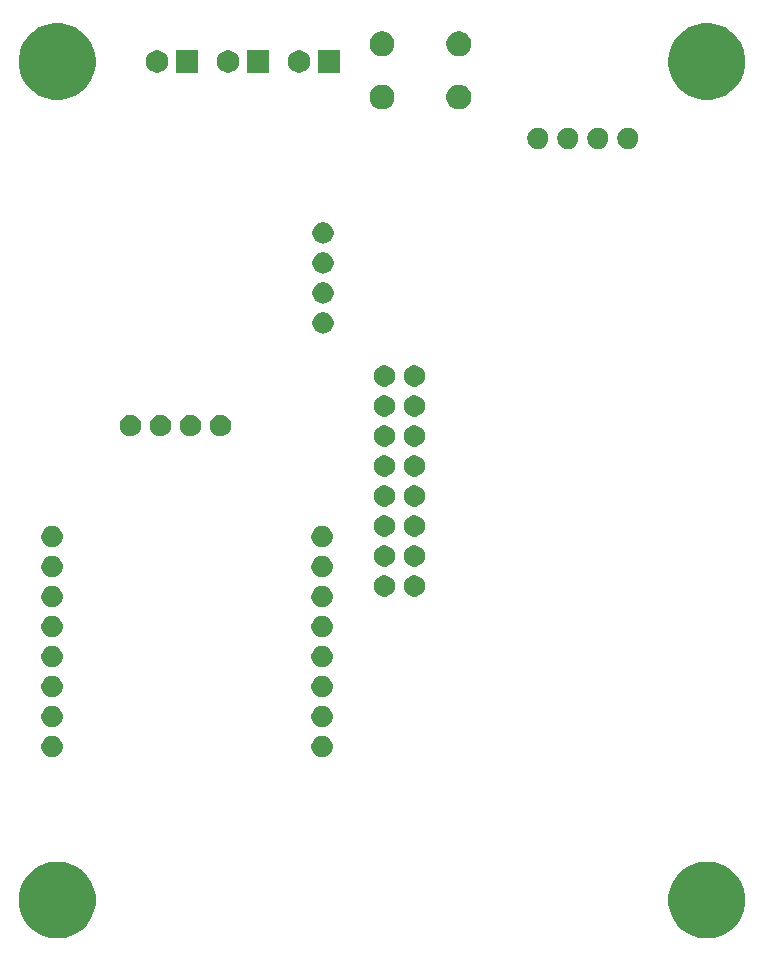
<source format=gbr>
G04 #@! TF.GenerationSoftware,KiCad,Pcbnew,5.1.6+dfsg1-1*
G04 #@! TF.CreationDate,2020-12-01T22:33:45+01:00*
G04 #@! TF.ProjectId,sensorbox,73656e73-6f72-4626-9f78-2e6b69636164,rev?*
G04 #@! TF.SameCoordinates,Original*
G04 #@! TF.FileFunction,Soldermask,Top*
G04 #@! TF.FilePolarity,Negative*
%FSLAX46Y46*%
G04 Gerber Fmt 4.6, Leading zero omitted, Abs format (unit mm)*
G04 Created by KiCad (PCBNEW 5.1.6+dfsg1-1) date 2020-12-01 22:33:45*
%MOMM*%
%LPD*%
G01*
G04 APERTURE LIST*
%ADD10C,0.100000*%
G04 APERTURE END LIST*
D10*
G36*
X5634239Y-72811467D02*
G01*
X5948282Y-72873934D01*
X6539926Y-73119001D01*
X7072392Y-73474784D01*
X7525216Y-73927608D01*
X7880999Y-74460074D01*
X8126066Y-75051718D01*
X8251000Y-75679804D01*
X8251000Y-76320196D01*
X8126066Y-76948282D01*
X7880999Y-77539926D01*
X7525216Y-78072392D01*
X7072392Y-78525216D01*
X6539926Y-78880999D01*
X5948282Y-79126066D01*
X5634239Y-79188533D01*
X5320197Y-79251000D01*
X4679803Y-79251000D01*
X4365761Y-79188533D01*
X4051718Y-79126066D01*
X3460074Y-78880999D01*
X2927608Y-78525216D01*
X2474784Y-78072392D01*
X2119001Y-77539926D01*
X1873934Y-76948282D01*
X1749000Y-76320196D01*
X1749000Y-75679804D01*
X1873934Y-75051718D01*
X2119001Y-74460074D01*
X2474784Y-73927608D01*
X2927608Y-73474784D01*
X3460074Y-73119001D01*
X4051718Y-72873934D01*
X4365761Y-72811467D01*
X4679803Y-72749000D01*
X5320197Y-72749000D01*
X5634239Y-72811467D01*
G37*
G36*
X60634239Y-72811467D02*
G01*
X60948282Y-72873934D01*
X61539926Y-73119001D01*
X62072392Y-73474784D01*
X62525216Y-73927608D01*
X62880999Y-74460074D01*
X63126066Y-75051718D01*
X63251000Y-75679804D01*
X63251000Y-76320196D01*
X63126066Y-76948282D01*
X62880999Y-77539926D01*
X62525216Y-78072392D01*
X62072392Y-78525216D01*
X61539926Y-78880999D01*
X60948282Y-79126066D01*
X60634239Y-79188533D01*
X60320197Y-79251000D01*
X59679803Y-79251000D01*
X59365761Y-79188533D01*
X59051718Y-79126066D01*
X58460074Y-78880999D01*
X57927608Y-78525216D01*
X57474784Y-78072392D01*
X57119001Y-77539926D01*
X56873934Y-76948282D01*
X56749000Y-76320196D01*
X56749000Y-75679804D01*
X56873934Y-75051718D01*
X57119001Y-74460074D01*
X57474784Y-73927608D01*
X57927608Y-73474784D01*
X58460074Y-73119001D01*
X59051718Y-72873934D01*
X59365761Y-72811467D01*
X59679803Y-72749000D01*
X60320197Y-72749000D01*
X60634239Y-72811467D01*
G37*
G36*
X27543512Y-62103927D02*
G01*
X27692812Y-62133624D01*
X27856784Y-62201544D01*
X28004354Y-62300147D01*
X28129853Y-62425646D01*
X28228456Y-62573216D01*
X28296376Y-62737188D01*
X28331000Y-62911259D01*
X28331000Y-63088741D01*
X28296376Y-63262812D01*
X28228456Y-63426784D01*
X28129853Y-63574354D01*
X28004354Y-63699853D01*
X27856784Y-63798456D01*
X27692812Y-63866376D01*
X27543512Y-63896073D01*
X27518742Y-63901000D01*
X27341258Y-63901000D01*
X27316488Y-63896073D01*
X27167188Y-63866376D01*
X27003216Y-63798456D01*
X26855646Y-63699853D01*
X26730147Y-63574354D01*
X26631544Y-63426784D01*
X26563624Y-63262812D01*
X26529000Y-63088741D01*
X26529000Y-62911259D01*
X26563624Y-62737188D01*
X26631544Y-62573216D01*
X26730147Y-62425646D01*
X26855646Y-62300147D01*
X27003216Y-62201544D01*
X27167188Y-62133624D01*
X27316488Y-62103927D01*
X27341258Y-62099000D01*
X27518742Y-62099000D01*
X27543512Y-62103927D01*
G37*
G36*
X4683512Y-62103927D02*
G01*
X4832812Y-62133624D01*
X4996784Y-62201544D01*
X5144354Y-62300147D01*
X5269853Y-62425646D01*
X5368456Y-62573216D01*
X5436376Y-62737188D01*
X5471000Y-62911259D01*
X5471000Y-63088741D01*
X5436376Y-63262812D01*
X5368456Y-63426784D01*
X5269853Y-63574354D01*
X5144354Y-63699853D01*
X4996784Y-63798456D01*
X4832812Y-63866376D01*
X4683512Y-63896073D01*
X4658742Y-63901000D01*
X4481258Y-63901000D01*
X4456488Y-63896073D01*
X4307188Y-63866376D01*
X4143216Y-63798456D01*
X3995646Y-63699853D01*
X3870147Y-63574354D01*
X3771544Y-63426784D01*
X3703624Y-63262812D01*
X3669000Y-63088741D01*
X3669000Y-62911259D01*
X3703624Y-62737188D01*
X3771544Y-62573216D01*
X3870147Y-62425646D01*
X3995646Y-62300147D01*
X4143216Y-62201544D01*
X4307188Y-62133624D01*
X4456488Y-62103927D01*
X4481258Y-62099000D01*
X4658742Y-62099000D01*
X4683512Y-62103927D01*
G37*
G36*
X27543512Y-59563927D02*
G01*
X27692812Y-59593624D01*
X27856784Y-59661544D01*
X28004354Y-59760147D01*
X28129853Y-59885646D01*
X28228456Y-60033216D01*
X28296376Y-60197188D01*
X28331000Y-60371259D01*
X28331000Y-60548741D01*
X28296376Y-60722812D01*
X28228456Y-60886784D01*
X28129853Y-61034354D01*
X28004354Y-61159853D01*
X27856784Y-61258456D01*
X27692812Y-61326376D01*
X27543512Y-61356073D01*
X27518742Y-61361000D01*
X27341258Y-61361000D01*
X27316488Y-61356073D01*
X27167188Y-61326376D01*
X27003216Y-61258456D01*
X26855646Y-61159853D01*
X26730147Y-61034354D01*
X26631544Y-60886784D01*
X26563624Y-60722812D01*
X26529000Y-60548741D01*
X26529000Y-60371259D01*
X26563624Y-60197188D01*
X26631544Y-60033216D01*
X26730147Y-59885646D01*
X26855646Y-59760147D01*
X27003216Y-59661544D01*
X27167188Y-59593624D01*
X27316488Y-59563927D01*
X27341258Y-59559000D01*
X27518742Y-59559000D01*
X27543512Y-59563927D01*
G37*
G36*
X4683512Y-59563927D02*
G01*
X4832812Y-59593624D01*
X4996784Y-59661544D01*
X5144354Y-59760147D01*
X5269853Y-59885646D01*
X5368456Y-60033216D01*
X5436376Y-60197188D01*
X5471000Y-60371259D01*
X5471000Y-60548741D01*
X5436376Y-60722812D01*
X5368456Y-60886784D01*
X5269853Y-61034354D01*
X5144354Y-61159853D01*
X4996784Y-61258456D01*
X4832812Y-61326376D01*
X4683512Y-61356073D01*
X4658742Y-61361000D01*
X4481258Y-61361000D01*
X4456488Y-61356073D01*
X4307188Y-61326376D01*
X4143216Y-61258456D01*
X3995646Y-61159853D01*
X3870147Y-61034354D01*
X3771544Y-60886784D01*
X3703624Y-60722812D01*
X3669000Y-60548741D01*
X3669000Y-60371259D01*
X3703624Y-60197188D01*
X3771544Y-60033216D01*
X3870147Y-59885646D01*
X3995646Y-59760147D01*
X4143216Y-59661544D01*
X4307188Y-59593624D01*
X4456488Y-59563927D01*
X4481258Y-59559000D01*
X4658742Y-59559000D01*
X4683512Y-59563927D01*
G37*
G36*
X27543512Y-57023927D02*
G01*
X27692812Y-57053624D01*
X27856784Y-57121544D01*
X28004354Y-57220147D01*
X28129853Y-57345646D01*
X28228456Y-57493216D01*
X28296376Y-57657188D01*
X28331000Y-57831259D01*
X28331000Y-58008741D01*
X28296376Y-58182812D01*
X28228456Y-58346784D01*
X28129853Y-58494354D01*
X28004354Y-58619853D01*
X27856784Y-58718456D01*
X27692812Y-58786376D01*
X27543512Y-58816073D01*
X27518742Y-58821000D01*
X27341258Y-58821000D01*
X27316488Y-58816073D01*
X27167188Y-58786376D01*
X27003216Y-58718456D01*
X26855646Y-58619853D01*
X26730147Y-58494354D01*
X26631544Y-58346784D01*
X26563624Y-58182812D01*
X26529000Y-58008741D01*
X26529000Y-57831259D01*
X26563624Y-57657188D01*
X26631544Y-57493216D01*
X26730147Y-57345646D01*
X26855646Y-57220147D01*
X27003216Y-57121544D01*
X27167188Y-57053624D01*
X27316488Y-57023927D01*
X27341258Y-57019000D01*
X27518742Y-57019000D01*
X27543512Y-57023927D01*
G37*
G36*
X4683512Y-57023927D02*
G01*
X4832812Y-57053624D01*
X4996784Y-57121544D01*
X5144354Y-57220147D01*
X5269853Y-57345646D01*
X5368456Y-57493216D01*
X5436376Y-57657188D01*
X5471000Y-57831259D01*
X5471000Y-58008741D01*
X5436376Y-58182812D01*
X5368456Y-58346784D01*
X5269853Y-58494354D01*
X5144354Y-58619853D01*
X4996784Y-58718456D01*
X4832812Y-58786376D01*
X4683512Y-58816073D01*
X4658742Y-58821000D01*
X4481258Y-58821000D01*
X4456488Y-58816073D01*
X4307188Y-58786376D01*
X4143216Y-58718456D01*
X3995646Y-58619853D01*
X3870147Y-58494354D01*
X3771544Y-58346784D01*
X3703624Y-58182812D01*
X3669000Y-58008741D01*
X3669000Y-57831259D01*
X3703624Y-57657188D01*
X3771544Y-57493216D01*
X3870147Y-57345646D01*
X3995646Y-57220147D01*
X4143216Y-57121544D01*
X4307188Y-57053624D01*
X4456488Y-57023927D01*
X4481258Y-57019000D01*
X4658742Y-57019000D01*
X4683512Y-57023927D01*
G37*
G36*
X4683512Y-54483927D02*
G01*
X4832812Y-54513624D01*
X4996784Y-54581544D01*
X5144354Y-54680147D01*
X5269853Y-54805646D01*
X5368456Y-54953216D01*
X5436376Y-55117188D01*
X5471000Y-55291259D01*
X5471000Y-55468741D01*
X5436376Y-55642812D01*
X5368456Y-55806784D01*
X5269853Y-55954354D01*
X5144354Y-56079853D01*
X4996784Y-56178456D01*
X4832812Y-56246376D01*
X4683512Y-56276073D01*
X4658742Y-56281000D01*
X4481258Y-56281000D01*
X4456488Y-56276073D01*
X4307188Y-56246376D01*
X4143216Y-56178456D01*
X3995646Y-56079853D01*
X3870147Y-55954354D01*
X3771544Y-55806784D01*
X3703624Y-55642812D01*
X3669000Y-55468741D01*
X3669000Y-55291259D01*
X3703624Y-55117188D01*
X3771544Y-54953216D01*
X3870147Y-54805646D01*
X3995646Y-54680147D01*
X4143216Y-54581544D01*
X4307188Y-54513624D01*
X4456488Y-54483927D01*
X4481258Y-54479000D01*
X4658742Y-54479000D01*
X4683512Y-54483927D01*
G37*
G36*
X27543512Y-54483927D02*
G01*
X27692812Y-54513624D01*
X27856784Y-54581544D01*
X28004354Y-54680147D01*
X28129853Y-54805646D01*
X28228456Y-54953216D01*
X28296376Y-55117188D01*
X28331000Y-55291259D01*
X28331000Y-55468741D01*
X28296376Y-55642812D01*
X28228456Y-55806784D01*
X28129853Y-55954354D01*
X28004354Y-56079853D01*
X27856784Y-56178456D01*
X27692812Y-56246376D01*
X27543512Y-56276073D01*
X27518742Y-56281000D01*
X27341258Y-56281000D01*
X27316488Y-56276073D01*
X27167188Y-56246376D01*
X27003216Y-56178456D01*
X26855646Y-56079853D01*
X26730147Y-55954354D01*
X26631544Y-55806784D01*
X26563624Y-55642812D01*
X26529000Y-55468741D01*
X26529000Y-55291259D01*
X26563624Y-55117188D01*
X26631544Y-54953216D01*
X26730147Y-54805646D01*
X26855646Y-54680147D01*
X27003216Y-54581544D01*
X27167188Y-54513624D01*
X27316488Y-54483927D01*
X27341258Y-54479000D01*
X27518742Y-54479000D01*
X27543512Y-54483927D01*
G37*
G36*
X27543512Y-51943927D02*
G01*
X27692812Y-51973624D01*
X27856784Y-52041544D01*
X28004354Y-52140147D01*
X28129853Y-52265646D01*
X28228456Y-52413216D01*
X28296376Y-52577188D01*
X28331000Y-52751259D01*
X28331000Y-52928741D01*
X28296376Y-53102812D01*
X28228456Y-53266784D01*
X28129853Y-53414354D01*
X28004354Y-53539853D01*
X27856784Y-53638456D01*
X27692812Y-53706376D01*
X27543512Y-53736073D01*
X27518742Y-53741000D01*
X27341258Y-53741000D01*
X27316488Y-53736073D01*
X27167188Y-53706376D01*
X27003216Y-53638456D01*
X26855646Y-53539853D01*
X26730147Y-53414354D01*
X26631544Y-53266784D01*
X26563624Y-53102812D01*
X26529000Y-52928741D01*
X26529000Y-52751259D01*
X26563624Y-52577188D01*
X26631544Y-52413216D01*
X26730147Y-52265646D01*
X26855646Y-52140147D01*
X27003216Y-52041544D01*
X27167188Y-51973624D01*
X27316488Y-51943927D01*
X27341258Y-51939000D01*
X27518742Y-51939000D01*
X27543512Y-51943927D01*
G37*
G36*
X4683512Y-51943927D02*
G01*
X4832812Y-51973624D01*
X4996784Y-52041544D01*
X5144354Y-52140147D01*
X5269853Y-52265646D01*
X5368456Y-52413216D01*
X5436376Y-52577188D01*
X5471000Y-52751259D01*
X5471000Y-52928741D01*
X5436376Y-53102812D01*
X5368456Y-53266784D01*
X5269853Y-53414354D01*
X5144354Y-53539853D01*
X4996784Y-53638456D01*
X4832812Y-53706376D01*
X4683512Y-53736073D01*
X4658742Y-53741000D01*
X4481258Y-53741000D01*
X4456488Y-53736073D01*
X4307188Y-53706376D01*
X4143216Y-53638456D01*
X3995646Y-53539853D01*
X3870147Y-53414354D01*
X3771544Y-53266784D01*
X3703624Y-53102812D01*
X3669000Y-52928741D01*
X3669000Y-52751259D01*
X3703624Y-52577188D01*
X3771544Y-52413216D01*
X3870147Y-52265646D01*
X3995646Y-52140147D01*
X4143216Y-52041544D01*
X4307188Y-51973624D01*
X4456488Y-51943927D01*
X4481258Y-51939000D01*
X4658742Y-51939000D01*
X4683512Y-51943927D01*
G37*
G36*
X27543512Y-49403927D02*
G01*
X27692812Y-49433624D01*
X27856784Y-49501544D01*
X28004354Y-49600147D01*
X28129853Y-49725646D01*
X28228456Y-49873216D01*
X28296376Y-50037188D01*
X28326073Y-50186488D01*
X28330443Y-50208456D01*
X28331000Y-50211259D01*
X28331000Y-50388741D01*
X28296376Y-50562812D01*
X28228456Y-50726784D01*
X28129853Y-50874354D01*
X28004354Y-50999853D01*
X27856784Y-51098456D01*
X27692812Y-51166376D01*
X27543512Y-51196073D01*
X27518742Y-51201000D01*
X27341258Y-51201000D01*
X27316488Y-51196073D01*
X27167188Y-51166376D01*
X27003216Y-51098456D01*
X26855646Y-50999853D01*
X26730147Y-50874354D01*
X26631544Y-50726784D01*
X26563624Y-50562812D01*
X26529000Y-50388741D01*
X26529000Y-50211259D01*
X26529558Y-50208456D01*
X26533927Y-50186488D01*
X26563624Y-50037188D01*
X26631544Y-49873216D01*
X26730147Y-49725646D01*
X26855646Y-49600147D01*
X27003216Y-49501544D01*
X27167188Y-49433624D01*
X27316488Y-49403927D01*
X27341258Y-49399000D01*
X27518742Y-49399000D01*
X27543512Y-49403927D01*
G37*
G36*
X4683512Y-49403927D02*
G01*
X4832812Y-49433624D01*
X4996784Y-49501544D01*
X5144354Y-49600147D01*
X5269853Y-49725646D01*
X5368456Y-49873216D01*
X5436376Y-50037188D01*
X5466073Y-50186488D01*
X5470443Y-50208456D01*
X5471000Y-50211259D01*
X5471000Y-50388741D01*
X5436376Y-50562812D01*
X5368456Y-50726784D01*
X5269853Y-50874354D01*
X5144354Y-50999853D01*
X4996784Y-51098456D01*
X4832812Y-51166376D01*
X4683512Y-51196073D01*
X4658742Y-51201000D01*
X4481258Y-51201000D01*
X4456488Y-51196073D01*
X4307188Y-51166376D01*
X4143216Y-51098456D01*
X3995646Y-50999853D01*
X3870147Y-50874354D01*
X3771544Y-50726784D01*
X3703624Y-50562812D01*
X3669000Y-50388741D01*
X3669000Y-50211259D01*
X3669558Y-50208456D01*
X3673927Y-50186488D01*
X3703624Y-50037188D01*
X3771544Y-49873216D01*
X3870147Y-49725646D01*
X3995646Y-49600147D01*
X4143216Y-49501544D01*
X4307188Y-49433624D01*
X4456488Y-49403927D01*
X4481258Y-49399000D01*
X4658742Y-49399000D01*
X4683512Y-49403927D01*
G37*
G36*
X32813512Y-48513927D02*
G01*
X32962812Y-48543624D01*
X33126784Y-48611544D01*
X33274354Y-48710147D01*
X33399853Y-48835646D01*
X33498456Y-48983216D01*
X33566376Y-49147188D01*
X33596073Y-49296488D01*
X33601000Y-49321258D01*
X33601000Y-49498742D01*
X33596073Y-49523512D01*
X33566376Y-49672812D01*
X33498456Y-49836784D01*
X33399853Y-49984354D01*
X33274354Y-50109853D01*
X33126784Y-50208456D01*
X32962812Y-50276376D01*
X32813512Y-50306073D01*
X32788742Y-50311000D01*
X32611258Y-50311000D01*
X32586488Y-50306073D01*
X32437188Y-50276376D01*
X32273216Y-50208456D01*
X32125646Y-50109853D01*
X32000147Y-49984354D01*
X31901544Y-49836784D01*
X31833624Y-49672812D01*
X31803927Y-49523512D01*
X31799000Y-49498742D01*
X31799000Y-49321258D01*
X31803927Y-49296488D01*
X31833624Y-49147188D01*
X31901544Y-48983216D01*
X32000147Y-48835646D01*
X32125646Y-48710147D01*
X32273216Y-48611544D01*
X32437188Y-48543624D01*
X32586488Y-48513927D01*
X32611258Y-48509000D01*
X32788742Y-48509000D01*
X32813512Y-48513927D01*
G37*
G36*
X35353512Y-48513927D02*
G01*
X35502812Y-48543624D01*
X35666784Y-48611544D01*
X35814354Y-48710147D01*
X35939853Y-48835646D01*
X36038456Y-48983216D01*
X36106376Y-49147188D01*
X36136073Y-49296488D01*
X36141000Y-49321258D01*
X36141000Y-49498742D01*
X36136073Y-49523512D01*
X36106376Y-49672812D01*
X36038456Y-49836784D01*
X35939853Y-49984354D01*
X35814354Y-50109853D01*
X35666784Y-50208456D01*
X35502812Y-50276376D01*
X35353512Y-50306073D01*
X35328742Y-50311000D01*
X35151258Y-50311000D01*
X35126488Y-50306073D01*
X34977188Y-50276376D01*
X34813216Y-50208456D01*
X34665646Y-50109853D01*
X34540147Y-49984354D01*
X34441544Y-49836784D01*
X34373624Y-49672812D01*
X34343927Y-49523512D01*
X34339000Y-49498742D01*
X34339000Y-49321258D01*
X34343927Y-49296488D01*
X34373624Y-49147188D01*
X34441544Y-48983216D01*
X34540147Y-48835646D01*
X34665646Y-48710147D01*
X34813216Y-48611544D01*
X34977188Y-48543624D01*
X35126488Y-48513927D01*
X35151258Y-48509000D01*
X35328742Y-48509000D01*
X35353512Y-48513927D01*
G37*
G36*
X27543512Y-46863927D02*
G01*
X27692812Y-46893624D01*
X27856784Y-46961544D01*
X28004354Y-47060147D01*
X28129853Y-47185646D01*
X28228456Y-47333216D01*
X28296376Y-47497188D01*
X28326073Y-47646488D01*
X28330443Y-47668456D01*
X28331000Y-47671259D01*
X28331000Y-47848741D01*
X28296376Y-48022812D01*
X28228456Y-48186784D01*
X28129853Y-48334354D01*
X28004354Y-48459853D01*
X27856784Y-48558456D01*
X27692812Y-48626376D01*
X27543512Y-48656073D01*
X27518742Y-48661000D01*
X27341258Y-48661000D01*
X27316488Y-48656073D01*
X27167188Y-48626376D01*
X27003216Y-48558456D01*
X26855646Y-48459853D01*
X26730147Y-48334354D01*
X26631544Y-48186784D01*
X26563624Y-48022812D01*
X26529000Y-47848741D01*
X26529000Y-47671259D01*
X26529558Y-47668456D01*
X26533927Y-47646488D01*
X26563624Y-47497188D01*
X26631544Y-47333216D01*
X26730147Y-47185646D01*
X26855646Y-47060147D01*
X27003216Y-46961544D01*
X27167188Y-46893624D01*
X27316488Y-46863927D01*
X27341258Y-46859000D01*
X27518742Y-46859000D01*
X27543512Y-46863927D01*
G37*
G36*
X4683512Y-46863927D02*
G01*
X4832812Y-46893624D01*
X4996784Y-46961544D01*
X5144354Y-47060147D01*
X5269853Y-47185646D01*
X5368456Y-47333216D01*
X5436376Y-47497188D01*
X5466073Y-47646488D01*
X5470443Y-47668456D01*
X5471000Y-47671259D01*
X5471000Y-47848741D01*
X5436376Y-48022812D01*
X5368456Y-48186784D01*
X5269853Y-48334354D01*
X5144354Y-48459853D01*
X4996784Y-48558456D01*
X4832812Y-48626376D01*
X4683512Y-48656073D01*
X4658742Y-48661000D01*
X4481258Y-48661000D01*
X4456488Y-48656073D01*
X4307188Y-48626376D01*
X4143216Y-48558456D01*
X3995646Y-48459853D01*
X3870147Y-48334354D01*
X3771544Y-48186784D01*
X3703624Y-48022812D01*
X3669000Y-47848741D01*
X3669000Y-47671259D01*
X3669558Y-47668456D01*
X3673927Y-47646488D01*
X3703624Y-47497188D01*
X3771544Y-47333216D01*
X3870147Y-47185646D01*
X3995646Y-47060147D01*
X4143216Y-46961544D01*
X4307188Y-46893624D01*
X4456488Y-46863927D01*
X4481258Y-46859000D01*
X4658742Y-46859000D01*
X4683512Y-46863927D01*
G37*
G36*
X32813512Y-45973927D02*
G01*
X32962812Y-46003624D01*
X33126784Y-46071544D01*
X33274354Y-46170147D01*
X33399853Y-46295646D01*
X33498456Y-46443216D01*
X33566376Y-46607188D01*
X33596073Y-46756488D01*
X33601000Y-46781258D01*
X33601000Y-46958742D01*
X33596073Y-46983512D01*
X33566376Y-47132812D01*
X33498456Y-47296784D01*
X33399853Y-47444354D01*
X33274354Y-47569853D01*
X33126784Y-47668456D01*
X32962812Y-47736376D01*
X32813512Y-47766073D01*
X32788742Y-47771000D01*
X32611258Y-47771000D01*
X32586488Y-47766073D01*
X32437188Y-47736376D01*
X32273216Y-47668456D01*
X32125646Y-47569853D01*
X32000147Y-47444354D01*
X31901544Y-47296784D01*
X31833624Y-47132812D01*
X31803927Y-46983512D01*
X31799000Y-46958742D01*
X31799000Y-46781258D01*
X31803927Y-46756488D01*
X31833624Y-46607188D01*
X31901544Y-46443216D01*
X32000147Y-46295646D01*
X32125646Y-46170147D01*
X32273216Y-46071544D01*
X32437188Y-46003624D01*
X32586488Y-45973927D01*
X32611258Y-45969000D01*
X32788742Y-45969000D01*
X32813512Y-45973927D01*
G37*
G36*
X35353512Y-45973927D02*
G01*
X35502812Y-46003624D01*
X35666784Y-46071544D01*
X35814354Y-46170147D01*
X35939853Y-46295646D01*
X36038456Y-46443216D01*
X36106376Y-46607188D01*
X36136073Y-46756488D01*
X36141000Y-46781258D01*
X36141000Y-46958742D01*
X36136073Y-46983512D01*
X36106376Y-47132812D01*
X36038456Y-47296784D01*
X35939853Y-47444354D01*
X35814354Y-47569853D01*
X35666784Y-47668456D01*
X35502812Y-47736376D01*
X35353512Y-47766073D01*
X35328742Y-47771000D01*
X35151258Y-47771000D01*
X35126488Y-47766073D01*
X34977188Y-47736376D01*
X34813216Y-47668456D01*
X34665646Y-47569853D01*
X34540147Y-47444354D01*
X34441544Y-47296784D01*
X34373624Y-47132812D01*
X34343927Y-46983512D01*
X34339000Y-46958742D01*
X34339000Y-46781258D01*
X34343927Y-46756488D01*
X34373624Y-46607188D01*
X34441544Y-46443216D01*
X34540147Y-46295646D01*
X34665646Y-46170147D01*
X34813216Y-46071544D01*
X34977188Y-46003624D01*
X35126488Y-45973927D01*
X35151258Y-45969000D01*
X35328742Y-45969000D01*
X35353512Y-45973927D01*
G37*
G36*
X27543512Y-44323927D02*
G01*
X27692812Y-44353624D01*
X27856784Y-44421544D01*
X28004354Y-44520147D01*
X28129853Y-44645646D01*
X28228456Y-44793216D01*
X28296376Y-44957188D01*
X28326073Y-45106488D01*
X28330443Y-45128456D01*
X28331000Y-45131259D01*
X28331000Y-45308741D01*
X28296376Y-45482812D01*
X28228456Y-45646784D01*
X28129853Y-45794354D01*
X28004354Y-45919853D01*
X27856784Y-46018456D01*
X27692812Y-46086376D01*
X27543512Y-46116073D01*
X27518742Y-46121000D01*
X27341258Y-46121000D01*
X27316488Y-46116073D01*
X27167188Y-46086376D01*
X27003216Y-46018456D01*
X26855646Y-45919853D01*
X26730147Y-45794354D01*
X26631544Y-45646784D01*
X26563624Y-45482812D01*
X26529000Y-45308741D01*
X26529000Y-45131259D01*
X26529558Y-45128456D01*
X26533927Y-45106488D01*
X26563624Y-44957188D01*
X26631544Y-44793216D01*
X26730147Y-44645646D01*
X26855646Y-44520147D01*
X27003216Y-44421544D01*
X27167188Y-44353624D01*
X27316488Y-44323927D01*
X27341258Y-44319000D01*
X27518742Y-44319000D01*
X27543512Y-44323927D01*
G37*
G36*
X4683512Y-44323927D02*
G01*
X4832812Y-44353624D01*
X4996784Y-44421544D01*
X5144354Y-44520147D01*
X5269853Y-44645646D01*
X5368456Y-44793216D01*
X5436376Y-44957188D01*
X5466073Y-45106488D01*
X5470443Y-45128456D01*
X5471000Y-45131259D01*
X5471000Y-45308741D01*
X5436376Y-45482812D01*
X5368456Y-45646784D01*
X5269853Y-45794354D01*
X5144354Y-45919853D01*
X4996784Y-46018456D01*
X4832812Y-46086376D01*
X4683512Y-46116073D01*
X4658742Y-46121000D01*
X4481258Y-46121000D01*
X4456488Y-46116073D01*
X4307188Y-46086376D01*
X4143216Y-46018456D01*
X3995646Y-45919853D01*
X3870147Y-45794354D01*
X3771544Y-45646784D01*
X3703624Y-45482812D01*
X3669000Y-45308741D01*
X3669000Y-45131259D01*
X3669558Y-45128456D01*
X3673927Y-45106488D01*
X3703624Y-44957188D01*
X3771544Y-44793216D01*
X3870147Y-44645646D01*
X3995646Y-44520147D01*
X4143216Y-44421544D01*
X4307188Y-44353624D01*
X4456488Y-44323927D01*
X4481258Y-44319000D01*
X4658742Y-44319000D01*
X4683512Y-44323927D01*
G37*
G36*
X35353512Y-43433927D02*
G01*
X35502812Y-43463624D01*
X35666784Y-43531544D01*
X35814354Y-43630147D01*
X35939853Y-43755646D01*
X36038456Y-43903216D01*
X36106376Y-44067188D01*
X36136073Y-44216488D01*
X36141000Y-44241258D01*
X36141000Y-44418742D01*
X36136073Y-44443512D01*
X36106376Y-44592812D01*
X36038456Y-44756784D01*
X35939853Y-44904354D01*
X35814354Y-45029853D01*
X35666784Y-45128456D01*
X35502812Y-45196376D01*
X35353512Y-45226073D01*
X35328742Y-45231000D01*
X35151258Y-45231000D01*
X35126488Y-45226073D01*
X34977188Y-45196376D01*
X34813216Y-45128456D01*
X34665646Y-45029853D01*
X34540147Y-44904354D01*
X34441544Y-44756784D01*
X34373624Y-44592812D01*
X34343927Y-44443512D01*
X34339000Y-44418742D01*
X34339000Y-44241258D01*
X34343927Y-44216488D01*
X34373624Y-44067188D01*
X34441544Y-43903216D01*
X34540147Y-43755646D01*
X34665646Y-43630147D01*
X34813216Y-43531544D01*
X34977188Y-43463624D01*
X35126488Y-43433927D01*
X35151258Y-43429000D01*
X35328742Y-43429000D01*
X35353512Y-43433927D01*
G37*
G36*
X32813512Y-43433927D02*
G01*
X32962812Y-43463624D01*
X33126784Y-43531544D01*
X33274354Y-43630147D01*
X33399853Y-43755646D01*
X33498456Y-43903216D01*
X33566376Y-44067188D01*
X33596073Y-44216488D01*
X33601000Y-44241258D01*
X33601000Y-44418742D01*
X33596073Y-44443512D01*
X33566376Y-44592812D01*
X33498456Y-44756784D01*
X33399853Y-44904354D01*
X33274354Y-45029853D01*
X33126784Y-45128456D01*
X32962812Y-45196376D01*
X32813512Y-45226073D01*
X32788742Y-45231000D01*
X32611258Y-45231000D01*
X32586488Y-45226073D01*
X32437188Y-45196376D01*
X32273216Y-45128456D01*
X32125646Y-45029853D01*
X32000147Y-44904354D01*
X31901544Y-44756784D01*
X31833624Y-44592812D01*
X31803927Y-44443512D01*
X31799000Y-44418742D01*
X31799000Y-44241258D01*
X31803927Y-44216488D01*
X31833624Y-44067188D01*
X31901544Y-43903216D01*
X32000147Y-43755646D01*
X32125646Y-43630147D01*
X32273216Y-43531544D01*
X32437188Y-43463624D01*
X32586488Y-43433927D01*
X32611258Y-43429000D01*
X32788742Y-43429000D01*
X32813512Y-43433927D01*
G37*
G36*
X32813512Y-40893927D02*
G01*
X32962812Y-40923624D01*
X33126784Y-40991544D01*
X33274354Y-41090147D01*
X33399853Y-41215646D01*
X33498456Y-41363216D01*
X33566376Y-41527188D01*
X33601000Y-41701259D01*
X33601000Y-41878741D01*
X33566376Y-42052812D01*
X33498456Y-42216784D01*
X33399853Y-42364354D01*
X33274354Y-42489853D01*
X33126784Y-42588456D01*
X32962812Y-42656376D01*
X32813512Y-42686073D01*
X32788742Y-42691000D01*
X32611258Y-42691000D01*
X32586488Y-42686073D01*
X32437188Y-42656376D01*
X32273216Y-42588456D01*
X32125646Y-42489853D01*
X32000147Y-42364354D01*
X31901544Y-42216784D01*
X31833624Y-42052812D01*
X31799000Y-41878741D01*
X31799000Y-41701259D01*
X31833624Y-41527188D01*
X31901544Y-41363216D01*
X32000147Y-41215646D01*
X32125646Y-41090147D01*
X32273216Y-40991544D01*
X32437188Y-40923624D01*
X32586488Y-40893927D01*
X32611258Y-40889000D01*
X32788742Y-40889000D01*
X32813512Y-40893927D01*
G37*
G36*
X35353512Y-40893927D02*
G01*
X35502812Y-40923624D01*
X35666784Y-40991544D01*
X35814354Y-41090147D01*
X35939853Y-41215646D01*
X36038456Y-41363216D01*
X36106376Y-41527188D01*
X36141000Y-41701259D01*
X36141000Y-41878741D01*
X36106376Y-42052812D01*
X36038456Y-42216784D01*
X35939853Y-42364354D01*
X35814354Y-42489853D01*
X35666784Y-42588456D01*
X35502812Y-42656376D01*
X35353512Y-42686073D01*
X35328742Y-42691000D01*
X35151258Y-42691000D01*
X35126488Y-42686073D01*
X34977188Y-42656376D01*
X34813216Y-42588456D01*
X34665646Y-42489853D01*
X34540147Y-42364354D01*
X34441544Y-42216784D01*
X34373624Y-42052812D01*
X34339000Y-41878741D01*
X34339000Y-41701259D01*
X34373624Y-41527188D01*
X34441544Y-41363216D01*
X34540147Y-41215646D01*
X34665646Y-41090147D01*
X34813216Y-40991544D01*
X34977188Y-40923624D01*
X35126488Y-40893927D01*
X35151258Y-40889000D01*
X35328742Y-40889000D01*
X35353512Y-40893927D01*
G37*
G36*
X32813512Y-38353927D02*
G01*
X32962812Y-38383624D01*
X33126784Y-38451544D01*
X33274354Y-38550147D01*
X33399853Y-38675646D01*
X33498456Y-38823216D01*
X33566376Y-38987188D01*
X33601000Y-39161259D01*
X33601000Y-39338741D01*
X33566376Y-39512812D01*
X33498456Y-39676784D01*
X33399853Y-39824354D01*
X33274354Y-39949853D01*
X33126784Y-40048456D01*
X32962812Y-40116376D01*
X32813512Y-40146073D01*
X32788742Y-40151000D01*
X32611258Y-40151000D01*
X32586488Y-40146073D01*
X32437188Y-40116376D01*
X32273216Y-40048456D01*
X32125646Y-39949853D01*
X32000147Y-39824354D01*
X31901544Y-39676784D01*
X31833624Y-39512812D01*
X31799000Y-39338741D01*
X31799000Y-39161259D01*
X31833624Y-38987188D01*
X31901544Y-38823216D01*
X32000147Y-38675646D01*
X32125646Y-38550147D01*
X32273216Y-38451544D01*
X32437188Y-38383624D01*
X32586488Y-38353927D01*
X32611258Y-38349000D01*
X32788742Y-38349000D01*
X32813512Y-38353927D01*
G37*
G36*
X35353512Y-38353927D02*
G01*
X35502812Y-38383624D01*
X35666784Y-38451544D01*
X35814354Y-38550147D01*
X35939853Y-38675646D01*
X36038456Y-38823216D01*
X36106376Y-38987188D01*
X36141000Y-39161259D01*
X36141000Y-39338741D01*
X36106376Y-39512812D01*
X36038456Y-39676784D01*
X35939853Y-39824354D01*
X35814354Y-39949853D01*
X35666784Y-40048456D01*
X35502812Y-40116376D01*
X35353512Y-40146073D01*
X35328742Y-40151000D01*
X35151258Y-40151000D01*
X35126488Y-40146073D01*
X34977188Y-40116376D01*
X34813216Y-40048456D01*
X34665646Y-39949853D01*
X34540147Y-39824354D01*
X34441544Y-39676784D01*
X34373624Y-39512812D01*
X34339000Y-39338741D01*
X34339000Y-39161259D01*
X34373624Y-38987188D01*
X34441544Y-38823216D01*
X34540147Y-38675646D01*
X34665646Y-38550147D01*
X34813216Y-38451544D01*
X34977188Y-38383624D01*
X35126488Y-38353927D01*
X35151258Y-38349000D01*
X35328742Y-38349000D01*
X35353512Y-38353927D01*
G37*
G36*
X35353512Y-35813927D02*
G01*
X35502812Y-35843624D01*
X35666784Y-35911544D01*
X35814354Y-36010147D01*
X35939853Y-36135646D01*
X36038456Y-36283216D01*
X36106376Y-36447188D01*
X36141000Y-36621259D01*
X36141000Y-36798741D01*
X36106376Y-36972812D01*
X36038456Y-37136784D01*
X35939853Y-37284354D01*
X35814354Y-37409853D01*
X35666784Y-37508456D01*
X35502812Y-37576376D01*
X35353512Y-37606073D01*
X35328742Y-37611000D01*
X35151258Y-37611000D01*
X35126488Y-37606073D01*
X34977188Y-37576376D01*
X34813216Y-37508456D01*
X34665646Y-37409853D01*
X34540147Y-37284354D01*
X34441544Y-37136784D01*
X34373624Y-36972812D01*
X34339000Y-36798741D01*
X34339000Y-36621259D01*
X34373624Y-36447188D01*
X34441544Y-36283216D01*
X34540147Y-36135646D01*
X34665646Y-36010147D01*
X34813216Y-35911544D01*
X34977188Y-35843624D01*
X35126488Y-35813927D01*
X35151258Y-35809000D01*
X35328742Y-35809000D01*
X35353512Y-35813927D01*
G37*
G36*
X32813512Y-35813927D02*
G01*
X32962812Y-35843624D01*
X33126784Y-35911544D01*
X33274354Y-36010147D01*
X33399853Y-36135646D01*
X33498456Y-36283216D01*
X33566376Y-36447188D01*
X33601000Y-36621259D01*
X33601000Y-36798741D01*
X33566376Y-36972812D01*
X33498456Y-37136784D01*
X33399853Y-37284354D01*
X33274354Y-37409853D01*
X33126784Y-37508456D01*
X32962812Y-37576376D01*
X32813512Y-37606073D01*
X32788742Y-37611000D01*
X32611258Y-37611000D01*
X32586488Y-37606073D01*
X32437188Y-37576376D01*
X32273216Y-37508456D01*
X32125646Y-37409853D01*
X32000147Y-37284354D01*
X31901544Y-37136784D01*
X31833624Y-36972812D01*
X31799000Y-36798741D01*
X31799000Y-36621259D01*
X31833624Y-36447188D01*
X31901544Y-36283216D01*
X32000147Y-36135646D01*
X32125646Y-36010147D01*
X32273216Y-35911544D01*
X32437188Y-35843624D01*
X32586488Y-35813927D01*
X32611258Y-35809000D01*
X32788742Y-35809000D01*
X32813512Y-35813927D01*
G37*
G36*
X18923512Y-34923926D02*
G01*
X19072812Y-34953623D01*
X19236784Y-35021543D01*
X19384354Y-35120146D01*
X19509853Y-35245645D01*
X19608456Y-35393215D01*
X19676376Y-35557187D01*
X19711000Y-35731258D01*
X19711000Y-35908740D01*
X19676376Y-36082811D01*
X19608456Y-36246783D01*
X19509853Y-36394353D01*
X19384354Y-36519852D01*
X19236784Y-36618455D01*
X19072812Y-36686375D01*
X18923512Y-36716072D01*
X18898742Y-36720999D01*
X18721258Y-36720999D01*
X18696488Y-36716072D01*
X18547188Y-36686375D01*
X18383216Y-36618455D01*
X18235646Y-36519852D01*
X18110147Y-36394353D01*
X18011544Y-36246783D01*
X17943624Y-36082811D01*
X17909000Y-35908740D01*
X17909000Y-35731258D01*
X17943624Y-35557187D01*
X18011544Y-35393215D01*
X18110147Y-35245645D01*
X18235646Y-35120146D01*
X18383216Y-35021543D01*
X18547188Y-34953623D01*
X18696488Y-34923926D01*
X18721258Y-34918999D01*
X18898742Y-34918999D01*
X18923512Y-34923926D01*
G37*
G36*
X16383512Y-34923926D02*
G01*
X16532812Y-34953623D01*
X16696784Y-35021543D01*
X16844354Y-35120146D01*
X16969853Y-35245645D01*
X17068456Y-35393215D01*
X17136376Y-35557187D01*
X17171000Y-35731258D01*
X17171000Y-35908740D01*
X17136376Y-36082811D01*
X17068456Y-36246783D01*
X16969853Y-36394353D01*
X16844354Y-36519852D01*
X16696784Y-36618455D01*
X16532812Y-36686375D01*
X16383512Y-36716072D01*
X16358742Y-36720999D01*
X16181258Y-36720999D01*
X16156488Y-36716072D01*
X16007188Y-36686375D01*
X15843216Y-36618455D01*
X15695646Y-36519852D01*
X15570147Y-36394353D01*
X15471544Y-36246783D01*
X15403624Y-36082811D01*
X15369000Y-35908740D01*
X15369000Y-35731258D01*
X15403624Y-35557187D01*
X15471544Y-35393215D01*
X15570147Y-35245645D01*
X15695646Y-35120146D01*
X15843216Y-35021543D01*
X16007188Y-34953623D01*
X16156488Y-34923926D01*
X16181258Y-34918999D01*
X16358742Y-34918999D01*
X16383512Y-34923926D01*
G37*
G36*
X13843512Y-34923926D02*
G01*
X13992812Y-34953623D01*
X14156784Y-35021543D01*
X14304354Y-35120146D01*
X14429853Y-35245645D01*
X14528456Y-35393215D01*
X14596376Y-35557187D01*
X14631000Y-35731258D01*
X14631000Y-35908740D01*
X14596376Y-36082811D01*
X14528456Y-36246783D01*
X14429853Y-36394353D01*
X14304354Y-36519852D01*
X14156784Y-36618455D01*
X13992812Y-36686375D01*
X13843512Y-36716072D01*
X13818742Y-36720999D01*
X13641258Y-36720999D01*
X13616488Y-36716072D01*
X13467188Y-36686375D01*
X13303216Y-36618455D01*
X13155646Y-36519852D01*
X13030147Y-36394353D01*
X12931544Y-36246783D01*
X12863624Y-36082811D01*
X12829000Y-35908740D01*
X12829000Y-35731258D01*
X12863624Y-35557187D01*
X12931544Y-35393215D01*
X13030147Y-35245645D01*
X13155646Y-35120146D01*
X13303216Y-35021543D01*
X13467188Y-34953623D01*
X13616488Y-34923926D01*
X13641258Y-34918999D01*
X13818742Y-34918999D01*
X13843512Y-34923926D01*
G37*
G36*
X11303512Y-34923926D02*
G01*
X11452812Y-34953623D01*
X11616784Y-35021543D01*
X11764354Y-35120146D01*
X11889853Y-35245645D01*
X11988456Y-35393215D01*
X12056376Y-35557187D01*
X12091000Y-35731258D01*
X12091000Y-35908740D01*
X12056376Y-36082811D01*
X11988456Y-36246783D01*
X11889853Y-36394353D01*
X11764354Y-36519852D01*
X11616784Y-36618455D01*
X11452812Y-36686375D01*
X11303512Y-36716072D01*
X11278742Y-36720999D01*
X11101258Y-36720999D01*
X11076488Y-36716072D01*
X10927188Y-36686375D01*
X10763216Y-36618455D01*
X10615646Y-36519852D01*
X10490147Y-36394353D01*
X10391544Y-36246783D01*
X10323624Y-36082811D01*
X10289000Y-35908740D01*
X10289000Y-35731258D01*
X10323624Y-35557187D01*
X10391544Y-35393215D01*
X10490147Y-35245645D01*
X10615646Y-35120146D01*
X10763216Y-35021543D01*
X10927188Y-34953623D01*
X11076488Y-34923926D01*
X11101258Y-34918999D01*
X11278742Y-34918999D01*
X11303512Y-34923926D01*
G37*
G36*
X35353512Y-33273927D02*
G01*
X35502812Y-33303624D01*
X35666784Y-33371544D01*
X35814354Y-33470147D01*
X35939853Y-33595646D01*
X36038456Y-33743216D01*
X36106376Y-33907188D01*
X36141000Y-34081259D01*
X36141000Y-34258741D01*
X36106376Y-34432812D01*
X36038456Y-34596784D01*
X35939853Y-34744354D01*
X35814354Y-34869853D01*
X35666784Y-34968456D01*
X35502812Y-35036376D01*
X35353512Y-35066073D01*
X35328742Y-35071000D01*
X35151258Y-35071000D01*
X35126488Y-35066073D01*
X34977188Y-35036376D01*
X34813216Y-34968456D01*
X34665646Y-34869853D01*
X34540147Y-34744354D01*
X34441544Y-34596784D01*
X34373624Y-34432812D01*
X34339000Y-34258741D01*
X34339000Y-34081259D01*
X34373624Y-33907188D01*
X34441544Y-33743216D01*
X34540147Y-33595646D01*
X34665646Y-33470147D01*
X34813216Y-33371544D01*
X34977188Y-33303624D01*
X35126488Y-33273927D01*
X35151258Y-33269000D01*
X35328742Y-33269000D01*
X35353512Y-33273927D01*
G37*
G36*
X32813512Y-33273927D02*
G01*
X32962812Y-33303624D01*
X33126784Y-33371544D01*
X33274354Y-33470147D01*
X33399853Y-33595646D01*
X33498456Y-33743216D01*
X33566376Y-33907188D01*
X33601000Y-34081259D01*
X33601000Y-34258741D01*
X33566376Y-34432812D01*
X33498456Y-34596784D01*
X33399853Y-34744354D01*
X33274354Y-34869853D01*
X33126784Y-34968456D01*
X32962812Y-35036376D01*
X32813512Y-35066073D01*
X32788742Y-35071000D01*
X32611258Y-35071000D01*
X32586488Y-35066073D01*
X32437188Y-35036376D01*
X32273216Y-34968456D01*
X32125646Y-34869853D01*
X32000147Y-34744354D01*
X31901544Y-34596784D01*
X31833624Y-34432812D01*
X31799000Y-34258741D01*
X31799000Y-34081259D01*
X31833624Y-33907188D01*
X31901544Y-33743216D01*
X32000147Y-33595646D01*
X32125646Y-33470147D01*
X32273216Y-33371544D01*
X32437188Y-33303624D01*
X32586488Y-33273927D01*
X32611258Y-33269000D01*
X32788742Y-33269000D01*
X32813512Y-33273927D01*
G37*
G36*
X35353512Y-30733927D02*
G01*
X35502812Y-30763624D01*
X35666784Y-30831544D01*
X35814354Y-30930147D01*
X35939853Y-31055646D01*
X36038456Y-31203216D01*
X36106376Y-31367188D01*
X36141000Y-31541259D01*
X36141000Y-31718741D01*
X36106376Y-31892812D01*
X36038456Y-32056784D01*
X35939853Y-32204354D01*
X35814354Y-32329853D01*
X35666784Y-32428456D01*
X35502812Y-32496376D01*
X35353512Y-32526073D01*
X35328742Y-32531000D01*
X35151258Y-32531000D01*
X35126488Y-32526073D01*
X34977188Y-32496376D01*
X34813216Y-32428456D01*
X34665646Y-32329853D01*
X34540147Y-32204354D01*
X34441544Y-32056784D01*
X34373624Y-31892812D01*
X34339000Y-31718741D01*
X34339000Y-31541259D01*
X34373624Y-31367188D01*
X34441544Y-31203216D01*
X34540147Y-31055646D01*
X34665646Y-30930147D01*
X34813216Y-30831544D01*
X34977188Y-30763624D01*
X35126488Y-30733927D01*
X35151258Y-30729000D01*
X35328742Y-30729000D01*
X35353512Y-30733927D01*
G37*
G36*
X32813512Y-30733927D02*
G01*
X32962812Y-30763624D01*
X33126784Y-30831544D01*
X33274354Y-30930147D01*
X33399853Y-31055646D01*
X33498456Y-31203216D01*
X33566376Y-31367188D01*
X33601000Y-31541259D01*
X33601000Y-31718741D01*
X33566376Y-31892812D01*
X33498456Y-32056784D01*
X33399853Y-32204354D01*
X33274354Y-32329853D01*
X33126784Y-32428456D01*
X32962812Y-32496376D01*
X32813512Y-32526073D01*
X32788742Y-32531000D01*
X32611258Y-32531000D01*
X32586488Y-32526073D01*
X32437188Y-32496376D01*
X32273216Y-32428456D01*
X32125646Y-32329853D01*
X32000147Y-32204354D01*
X31901544Y-32056784D01*
X31833624Y-31892812D01*
X31799000Y-31718741D01*
X31799000Y-31541259D01*
X31833624Y-31367188D01*
X31901544Y-31203216D01*
X32000147Y-31055646D01*
X32125646Y-30930147D01*
X32273216Y-30831544D01*
X32437188Y-30763624D01*
X32586488Y-30733927D01*
X32611258Y-30729000D01*
X32788742Y-30729000D01*
X32813512Y-30733927D01*
G37*
G36*
X27613512Y-26233926D02*
G01*
X27762812Y-26263623D01*
X27926784Y-26331543D01*
X28074354Y-26430146D01*
X28199853Y-26555645D01*
X28298456Y-26703215D01*
X28366376Y-26867187D01*
X28401000Y-27041258D01*
X28401000Y-27218740D01*
X28366376Y-27392811D01*
X28298456Y-27556783D01*
X28199853Y-27704353D01*
X28074354Y-27829852D01*
X27926784Y-27928455D01*
X27762812Y-27996375D01*
X27613512Y-28026072D01*
X27588742Y-28030999D01*
X27411258Y-28030999D01*
X27386488Y-28026072D01*
X27237188Y-27996375D01*
X27073216Y-27928455D01*
X26925646Y-27829852D01*
X26800147Y-27704353D01*
X26701544Y-27556783D01*
X26633624Y-27392811D01*
X26599000Y-27218740D01*
X26599000Y-27041258D01*
X26633624Y-26867187D01*
X26701544Y-26703215D01*
X26800147Y-26555645D01*
X26925646Y-26430146D01*
X27073216Y-26331543D01*
X27237188Y-26263623D01*
X27386488Y-26233926D01*
X27411258Y-26228999D01*
X27588742Y-26228999D01*
X27613512Y-26233926D01*
G37*
G36*
X27613512Y-23693926D02*
G01*
X27762812Y-23723623D01*
X27926784Y-23791543D01*
X28074354Y-23890146D01*
X28199853Y-24015645D01*
X28298456Y-24163215D01*
X28366376Y-24327187D01*
X28401000Y-24501258D01*
X28401000Y-24678740D01*
X28366376Y-24852811D01*
X28298456Y-25016783D01*
X28199853Y-25164353D01*
X28074354Y-25289852D01*
X27926784Y-25388455D01*
X27762812Y-25456375D01*
X27613512Y-25486072D01*
X27588742Y-25490999D01*
X27411258Y-25490999D01*
X27386488Y-25486072D01*
X27237188Y-25456375D01*
X27073216Y-25388455D01*
X26925646Y-25289852D01*
X26800147Y-25164353D01*
X26701544Y-25016783D01*
X26633624Y-24852811D01*
X26599000Y-24678740D01*
X26599000Y-24501258D01*
X26633624Y-24327187D01*
X26701544Y-24163215D01*
X26800147Y-24015645D01*
X26925646Y-23890146D01*
X27073216Y-23791543D01*
X27237188Y-23723623D01*
X27386488Y-23693926D01*
X27411258Y-23688999D01*
X27588742Y-23688999D01*
X27613512Y-23693926D01*
G37*
G36*
X27613512Y-21153926D02*
G01*
X27762812Y-21183623D01*
X27926784Y-21251543D01*
X28074354Y-21350146D01*
X28199853Y-21475645D01*
X28298456Y-21623215D01*
X28366376Y-21787187D01*
X28401000Y-21961258D01*
X28401000Y-22138740D01*
X28366376Y-22312811D01*
X28298456Y-22476783D01*
X28199853Y-22624353D01*
X28074354Y-22749852D01*
X27926784Y-22848455D01*
X27762812Y-22916375D01*
X27613512Y-22946072D01*
X27588742Y-22950999D01*
X27411258Y-22950999D01*
X27386488Y-22946072D01*
X27237188Y-22916375D01*
X27073216Y-22848455D01*
X26925646Y-22749852D01*
X26800147Y-22624353D01*
X26701544Y-22476783D01*
X26633624Y-22312811D01*
X26599000Y-22138740D01*
X26599000Y-21961258D01*
X26633624Y-21787187D01*
X26701544Y-21623215D01*
X26800147Y-21475645D01*
X26925646Y-21350146D01*
X27073216Y-21251543D01*
X27237188Y-21183623D01*
X27386488Y-21153926D01*
X27411258Y-21148999D01*
X27588742Y-21148999D01*
X27613512Y-21153926D01*
G37*
G36*
X27613512Y-18613926D02*
G01*
X27762812Y-18643623D01*
X27926784Y-18711543D01*
X28074354Y-18810146D01*
X28199853Y-18935645D01*
X28298456Y-19083215D01*
X28366376Y-19247187D01*
X28401000Y-19421258D01*
X28401000Y-19598740D01*
X28366376Y-19772811D01*
X28298456Y-19936783D01*
X28199853Y-20084353D01*
X28074354Y-20209852D01*
X27926784Y-20308455D01*
X27762812Y-20376375D01*
X27613512Y-20406072D01*
X27588742Y-20410999D01*
X27411258Y-20410999D01*
X27386488Y-20406072D01*
X27237188Y-20376375D01*
X27073216Y-20308455D01*
X26925646Y-20209852D01*
X26800147Y-20084353D01*
X26701544Y-19936783D01*
X26633624Y-19772811D01*
X26599000Y-19598740D01*
X26599000Y-19421258D01*
X26633624Y-19247187D01*
X26701544Y-19083215D01*
X26800147Y-18935645D01*
X26925646Y-18810146D01*
X27073216Y-18711543D01*
X27237188Y-18643623D01*
X27386488Y-18613926D01*
X27411258Y-18608999D01*
X27588742Y-18608999D01*
X27613512Y-18613926D01*
G37*
G36*
X53423512Y-10603927D02*
G01*
X53572812Y-10633624D01*
X53736784Y-10701544D01*
X53884354Y-10800147D01*
X54009853Y-10925646D01*
X54108456Y-11073216D01*
X54176376Y-11237188D01*
X54211000Y-11411259D01*
X54211000Y-11588741D01*
X54176376Y-11762812D01*
X54108456Y-11926784D01*
X54009853Y-12074354D01*
X53884354Y-12199853D01*
X53736784Y-12298456D01*
X53572812Y-12366376D01*
X53423512Y-12396073D01*
X53398742Y-12401000D01*
X53221258Y-12401000D01*
X53196488Y-12396073D01*
X53047188Y-12366376D01*
X52883216Y-12298456D01*
X52735646Y-12199853D01*
X52610147Y-12074354D01*
X52511544Y-11926784D01*
X52443624Y-11762812D01*
X52409000Y-11588741D01*
X52409000Y-11411259D01*
X52443624Y-11237188D01*
X52511544Y-11073216D01*
X52610147Y-10925646D01*
X52735646Y-10800147D01*
X52883216Y-10701544D01*
X53047188Y-10633624D01*
X53196488Y-10603927D01*
X53221258Y-10599000D01*
X53398742Y-10599000D01*
X53423512Y-10603927D01*
G37*
G36*
X45803512Y-10603927D02*
G01*
X45952812Y-10633624D01*
X46116784Y-10701544D01*
X46264354Y-10800147D01*
X46389853Y-10925646D01*
X46488456Y-11073216D01*
X46556376Y-11237188D01*
X46591000Y-11411259D01*
X46591000Y-11588741D01*
X46556376Y-11762812D01*
X46488456Y-11926784D01*
X46389853Y-12074354D01*
X46264354Y-12199853D01*
X46116784Y-12298456D01*
X45952812Y-12366376D01*
X45803512Y-12396073D01*
X45778742Y-12401000D01*
X45601258Y-12401000D01*
X45576488Y-12396073D01*
X45427188Y-12366376D01*
X45263216Y-12298456D01*
X45115646Y-12199853D01*
X44990147Y-12074354D01*
X44891544Y-11926784D01*
X44823624Y-11762812D01*
X44789000Y-11588741D01*
X44789000Y-11411259D01*
X44823624Y-11237188D01*
X44891544Y-11073216D01*
X44990147Y-10925646D01*
X45115646Y-10800147D01*
X45263216Y-10701544D01*
X45427188Y-10633624D01*
X45576488Y-10603927D01*
X45601258Y-10599000D01*
X45778742Y-10599000D01*
X45803512Y-10603927D01*
G37*
G36*
X50883512Y-10603927D02*
G01*
X51032812Y-10633624D01*
X51196784Y-10701544D01*
X51344354Y-10800147D01*
X51469853Y-10925646D01*
X51568456Y-11073216D01*
X51636376Y-11237188D01*
X51671000Y-11411259D01*
X51671000Y-11588741D01*
X51636376Y-11762812D01*
X51568456Y-11926784D01*
X51469853Y-12074354D01*
X51344354Y-12199853D01*
X51196784Y-12298456D01*
X51032812Y-12366376D01*
X50883512Y-12396073D01*
X50858742Y-12401000D01*
X50681258Y-12401000D01*
X50656488Y-12396073D01*
X50507188Y-12366376D01*
X50343216Y-12298456D01*
X50195646Y-12199853D01*
X50070147Y-12074354D01*
X49971544Y-11926784D01*
X49903624Y-11762812D01*
X49869000Y-11588741D01*
X49869000Y-11411259D01*
X49903624Y-11237188D01*
X49971544Y-11073216D01*
X50070147Y-10925646D01*
X50195646Y-10800147D01*
X50343216Y-10701544D01*
X50507188Y-10633624D01*
X50656488Y-10603927D01*
X50681258Y-10599000D01*
X50858742Y-10599000D01*
X50883512Y-10603927D01*
G37*
G36*
X48343512Y-10603927D02*
G01*
X48492812Y-10633624D01*
X48656784Y-10701544D01*
X48804354Y-10800147D01*
X48929853Y-10925646D01*
X49028456Y-11073216D01*
X49096376Y-11237188D01*
X49131000Y-11411259D01*
X49131000Y-11588741D01*
X49096376Y-11762812D01*
X49028456Y-11926784D01*
X48929853Y-12074354D01*
X48804354Y-12199853D01*
X48656784Y-12298456D01*
X48492812Y-12366376D01*
X48343512Y-12396073D01*
X48318742Y-12401000D01*
X48141258Y-12401000D01*
X48116488Y-12396073D01*
X47967188Y-12366376D01*
X47803216Y-12298456D01*
X47655646Y-12199853D01*
X47530147Y-12074354D01*
X47431544Y-11926784D01*
X47363624Y-11762812D01*
X47329000Y-11588741D01*
X47329000Y-11411259D01*
X47363624Y-11237188D01*
X47431544Y-11073216D01*
X47530147Y-10925646D01*
X47655646Y-10800147D01*
X47803216Y-10701544D01*
X47967188Y-10633624D01*
X48116488Y-10603927D01*
X48141258Y-10599000D01*
X48318742Y-10599000D01*
X48343512Y-10603927D01*
G37*
G36*
X39306564Y-6989389D02*
G01*
X39497833Y-7068615D01*
X39497835Y-7068616D01*
X39503486Y-7072392D01*
X39669973Y-7183635D01*
X39816365Y-7330027D01*
X39931385Y-7502167D01*
X40010611Y-7693436D01*
X40051000Y-7896484D01*
X40051000Y-8103516D01*
X40010611Y-8306564D01*
X39931385Y-8497833D01*
X39931384Y-8497835D01*
X39816365Y-8669973D01*
X39669973Y-8816365D01*
X39497835Y-8931384D01*
X39497834Y-8931385D01*
X39497833Y-8931385D01*
X39306564Y-9010611D01*
X39103516Y-9051000D01*
X38896484Y-9051000D01*
X38693436Y-9010611D01*
X38502167Y-8931385D01*
X38502166Y-8931385D01*
X38502165Y-8931384D01*
X38330027Y-8816365D01*
X38183635Y-8669973D01*
X38068616Y-8497835D01*
X38068615Y-8497833D01*
X37989389Y-8306564D01*
X37949000Y-8103516D01*
X37949000Y-7896484D01*
X37989389Y-7693436D01*
X38068615Y-7502167D01*
X38183635Y-7330027D01*
X38330027Y-7183635D01*
X38496514Y-7072392D01*
X38502165Y-7068616D01*
X38502167Y-7068615D01*
X38693436Y-6989389D01*
X38896484Y-6949000D01*
X39103516Y-6949000D01*
X39306564Y-6989389D01*
G37*
G36*
X32806564Y-6989389D02*
G01*
X32997833Y-7068615D01*
X32997835Y-7068616D01*
X33003486Y-7072392D01*
X33169973Y-7183635D01*
X33316365Y-7330027D01*
X33431385Y-7502167D01*
X33510611Y-7693436D01*
X33551000Y-7896484D01*
X33551000Y-8103516D01*
X33510611Y-8306564D01*
X33431385Y-8497833D01*
X33431384Y-8497835D01*
X33316365Y-8669973D01*
X33169973Y-8816365D01*
X32997835Y-8931384D01*
X32997834Y-8931385D01*
X32997833Y-8931385D01*
X32806564Y-9010611D01*
X32603516Y-9051000D01*
X32396484Y-9051000D01*
X32193436Y-9010611D01*
X32002167Y-8931385D01*
X32002166Y-8931385D01*
X32002165Y-8931384D01*
X31830027Y-8816365D01*
X31683635Y-8669973D01*
X31568616Y-8497835D01*
X31568615Y-8497833D01*
X31489389Y-8306564D01*
X31449000Y-8103516D01*
X31449000Y-7896484D01*
X31489389Y-7693436D01*
X31568615Y-7502167D01*
X31683635Y-7330027D01*
X31830027Y-7183635D01*
X31996514Y-7072392D01*
X32002165Y-7068616D01*
X32002167Y-7068615D01*
X32193436Y-6989389D01*
X32396484Y-6949000D01*
X32603516Y-6949000D01*
X32806564Y-6989389D01*
G37*
G36*
X5634239Y-1811467D02*
G01*
X5948282Y-1873934D01*
X6539926Y-2119001D01*
X6966477Y-2404014D01*
X7072391Y-2474783D01*
X7525217Y-2927609D01*
X7575035Y-3002167D01*
X7880999Y-3460074D01*
X8126066Y-4051718D01*
X8188533Y-4365761D01*
X8217346Y-4510611D01*
X8251000Y-4679804D01*
X8251000Y-5320196D01*
X8126066Y-5948282D01*
X7880999Y-6539926D01*
X7525216Y-7072392D01*
X7072392Y-7525216D01*
X6539926Y-7880999D01*
X5948282Y-8126066D01*
X5634239Y-8188533D01*
X5320197Y-8251000D01*
X4679803Y-8251000D01*
X4365761Y-8188533D01*
X4051718Y-8126066D01*
X3460074Y-7880999D01*
X2927608Y-7525216D01*
X2474784Y-7072392D01*
X2119001Y-6539926D01*
X1873934Y-5948282D01*
X1749000Y-5320196D01*
X1749000Y-4679804D01*
X1782655Y-4510611D01*
X1811467Y-4365761D01*
X1873934Y-4051718D01*
X2119001Y-3460074D01*
X2424965Y-3002167D01*
X2474783Y-2927609D01*
X2927609Y-2474783D01*
X3033523Y-2404014D01*
X3460074Y-2119001D01*
X4051718Y-1873934D01*
X4365761Y-1811467D01*
X4679803Y-1749000D01*
X5320197Y-1749000D01*
X5634239Y-1811467D01*
G37*
G36*
X60634239Y-1811467D02*
G01*
X60948282Y-1873934D01*
X61539926Y-2119001D01*
X61966477Y-2404014D01*
X62072391Y-2474783D01*
X62525217Y-2927609D01*
X62575035Y-3002167D01*
X62880999Y-3460074D01*
X63126066Y-4051718D01*
X63188533Y-4365761D01*
X63217346Y-4510611D01*
X63251000Y-4679804D01*
X63251000Y-5320196D01*
X63126066Y-5948282D01*
X62880999Y-6539926D01*
X62525216Y-7072392D01*
X62072392Y-7525216D01*
X61539926Y-7880999D01*
X60948282Y-8126066D01*
X60634239Y-8188533D01*
X60320197Y-8251000D01*
X59679803Y-8251000D01*
X59365761Y-8188533D01*
X59051718Y-8126066D01*
X58460074Y-7880999D01*
X57927608Y-7525216D01*
X57474784Y-7072392D01*
X57119001Y-6539926D01*
X56873934Y-5948282D01*
X56749000Y-5320196D01*
X56749000Y-4679804D01*
X56782655Y-4510611D01*
X56811467Y-4365761D01*
X56873934Y-4051718D01*
X57119001Y-3460074D01*
X57424965Y-3002167D01*
X57474783Y-2927609D01*
X57927609Y-2474783D01*
X58033523Y-2404014D01*
X58460074Y-2119001D01*
X59051718Y-1873934D01*
X59365761Y-1811467D01*
X59679803Y-1749000D01*
X60320197Y-1749000D01*
X60634239Y-1811467D01*
G37*
G36*
X22951000Y-5951000D02*
G01*
X21049000Y-5951000D01*
X21049000Y-4049000D01*
X22951000Y-4049000D01*
X22951000Y-5951000D01*
G37*
G36*
X28951000Y-5951000D02*
G01*
X27049000Y-5951000D01*
X27049000Y-4049000D01*
X28951000Y-4049000D01*
X28951000Y-5951000D01*
G37*
G36*
X25737395Y-4085546D02*
G01*
X25910466Y-4157234D01*
X25910467Y-4157235D01*
X26066227Y-4261310D01*
X26198690Y-4393773D01*
X26198691Y-4393775D01*
X26302766Y-4549534D01*
X26374454Y-4722605D01*
X26411000Y-4906333D01*
X26411000Y-5093667D01*
X26374454Y-5277395D01*
X26302766Y-5450466D01*
X26302765Y-5450467D01*
X26198690Y-5606227D01*
X26066227Y-5738690D01*
X25987818Y-5791081D01*
X25910466Y-5842766D01*
X25737395Y-5914454D01*
X25553667Y-5951000D01*
X25366333Y-5951000D01*
X25182605Y-5914454D01*
X25009534Y-5842766D01*
X24932182Y-5791081D01*
X24853773Y-5738690D01*
X24721310Y-5606227D01*
X24617235Y-5450467D01*
X24617234Y-5450466D01*
X24545546Y-5277395D01*
X24509000Y-5093667D01*
X24509000Y-4906333D01*
X24545546Y-4722605D01*
X24617234Y-4549534D01*
X24721309Y-4393775D01*
X24721310Y-4393773D01*
X24853773Y-4261310D01*
X25009533Y-4157235D01*
X25009534Y-4157234D01*
X25182605Y-4085546D01*
X25366333Y-4049000D01*
X25553667Y-4049000D01*
X25737395Y-4085546D01*
G37*
G36*
X13737395Y-4085546D02*
G01*
X13910466Y-4157234D01*
X13910467Y-4157235D01*
X14066227Y-4261310D01*
X14198690Y-4393773D01*
X14198691Y-4393775D01*
X14302766Y-4549534D01*
X14374454Y-4722605D01*
X14411000Y-4906333D01*
X14411000Y-5093667D01*
X14374454Y-5277395D01*
X14302766Y-5450466D01*
X14302765Y-5450467D01*
X14198690Y-5606227D01*
X14066227Y-5738690D01*
X13987818Y-5791081D01*
X13910466Y-5842766D01*
X13737395Y-5914454D01*
X13553667Y-5951000D01*
X13366333Y-5951000D01*
X13182605Y-5914454D01*
X13009534Y-5842766D01*
X12932182Y-5791081D01*
X12853773Y-5738690D01*
X12721310Y-5606227D01*
X12617235Y-5450467D01*
X12617234Y-5450466D01*
X12545546Y-5277395D01*
X12509000Y-5093667D01*
X12509000Y-4906333D01*
X12545546Y-4722605D01*
X12617234Y-4549534D01*
X12721309Y-4393775D01*
X12721310Y-4393773D01*
X12853773Y-4261310D01*
X13009533Y-4157235D01*
X13009534Y-4157234D01*
X13182605Y-4085546D01*
X13366333Y-4049000D01*
X13553667Y-4049000D01*
X13737395Y-4085546D01*
G37*
G36*
X19737395Y-4085546D02*
G01*
X19910466Y-4157234D01*
X19910467Y-4157235D01*
X20066227Y-4261310D01*
X20198690Y-4393773D01*
X20198691Y-4393775D01*
X20302766Y-4549534D01*
X20374454Y-4722605D01*
X20411000Y-4906333D01*
X20411000Y-5093667D01*
X20374454Y-5277395D01*
X20302766Y-5450466D01*
X20302765Y-5450467D01*
X20198690Y-5606227D01*
X20066227Y-5738690D01*
X19987818Y-5791081D01*
X19910466Y-5842766D01*
X19737395Y-5914454D01*
X19553667Y-5951000D01*
X19366333Y-5951000D01*
X19182605Y-5914454D01*
X19009534Y-5842766D01*
X18932182Y-5791081D01*
X18853773Y-5738690D01*
X18721310Y-5606227D01*
X18617235Y-5450467D01*
X18617234Y-5450466D01*
X18545546Y-5277395D01*
X18509000Y-5093667D01*
X18509000Y-4906333D01*
X18545546Y-4722605D01*
X18617234Y-4549534D01*
X18721309Y-4393775D01*
X18721310Y-4393773D01*
X18853773Y-4261310D01*
X19009533Y-4157235D01*
X19009534Y-4157234D01*
X19182605Y-4085546D01*
X19366333Y-4049000D01*
X19553667Y-4049000D01*
X19737395Y-4085546D01*
G37*
G36*
X16951000Y-5951000D02*
G01*
X15049000Y-5951000D01*
X15049000Y-4049000D01*
X16951000Y-4049000D01*
X16951000Y-5951000D01*
G37*
G36*
X32806564Y-2489389D02*
G01*
X32997833Y-2568615D01*
X32997835Y-2568616D01*
X33169973Y-2683635D01*
X33316365Y-2830027D01*
X33381567Y-2927608D01*
X33431385Y-3002167D01*
X33510611Y-3193436D01*
X33551000Y-3396484D01*
X33551000Y-3603516D01*
X33510611Y-3806564D01*
X33431385Y-3997833D01*
X33431384Y-3997835D01*
X33316365Y-4169973D01*
X33169973Y-4316365D01*
X32997835Y-4431384D01*
X32997834Y-4431385D01*
X32997833Y-4431385D01*
X32806564Y-4510611D01*
X32603516Y-4551000D01*
X32396484Y-4551000D01*
X32193436Y-4510611D01*
X32002167Y-4431385D01*
X32002166Y-4431385D01*
X32002165Y-4431384D01*
X31830027Y-4316365D01*
X31683635Y-4169973D01*
X31568616Y-3997835D01*
X31568615Y-3997833D01*
X31489389Y-3806564D01*
X31449000Y-3603516D01*
X31449000Y-3396484D01*
X31489389Y-3193436D01*
X31568615Y-3002167D01*
X31618434Y-2927608D01*
X31683635Y-2830027D01*
X31830027Y-2683635D01*
X32002165Y-2568616D01*
X32002167Y-2568615D01*
X32193436Y-2489389D01*
X32396484Y-2449000D01*
X32603516Y-2449000D01*
X32806564Y-2489389D01*
G37*
G36*
X39306564Y-2489389D02*
G01*
X39497833Y-2568615D01*
X39497835Y-2568616D01*
X39669973Y-2683635D01*
X39816365Y-2830027D01*
X39881567Y-2927608D01*
X39931385Y-3002167D01*
X40010611Y-3193436D01*
X40051000Y-3396484D01*
X40051000Y-3603516D01*
X40010611Y-3806564D01*
X39931385Y-3997833D01*
X39931384Y-3997835D01*
X39816365Y-4169973D01*
X39669973Y-4316365D01*
X39497835Y-4431384D01*
X39497834Y-4431385D01*
X39497833Y-4431385D01*
X39306564Y-4510611D01*
X39103516Y-4551000D01*
X38896484Y-4551000D01*
X38693436Y-4510611D01*
X38502167Y-4431385D01*
X38502166Y-4431385D01*
X38502165Y-4431384D01*
X38330027Y-4316365D01*
X38183635Y-4169973D01*
X38068616Y-3997835D01*
X38068615Y-3997833D01*
X37989389Y-3806564D01*
X37949000Y-3603516D01*
X37949000Y-3396484D01*
X37989389Y-3193436D01*
X38068615Y-3002167D01*
X38118434Y-2927608D01*
X38183635Y-2830027D01*
X38330027Y-2683635D01*
X38502165Y-2568616D01*
X38502167Y-2568615D01*
X38693436Y-2489389D01*
X38896484Y-2449000D01*
X39103516Y-2449000D01*
X39306564Y-2489389D01*
G37*
M02*

</source>
